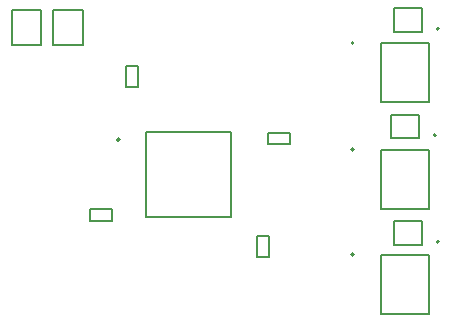
<source format=gbr>
%TF.GenerationSoftware,Altium Limited,Altium Designer,22.5.1 (42)*%
G04 Layer_Color=16711935*
%FSLAX45Y45*%
%MOMM*%
%TF.SameCoordinates,F63A7803-94E7-494B-9888-F8709FA5C5B4*%
%TF.FilePolarity,Positive*%
%TF.FileFunction,Other,Mechanical_13*%
%TF.Part,Single*%
G01*
G75*
%TA.AperFunction,NonConductor*%
%ADD39C,0.20000*%
%ADD50C,0.12700*%
D39*
X4203000Y1791301D02*
G03*
X4203000Y1791301I-15000J0D01*
G01*
X6182301Y1707701D02*
G03*
X6182301Y1707701I-10000J0D01*
G01*
Y2609401D02*
G03*
X6182301Y2609401I-10000J0D01*
G01*
X6879300Y1827701D02*
G03*
X6879300Y1827701I-10000J0D01*
G01*
X6904700Y2729401D02*
G03*
X6904700Y2729401I-10000J0D01*
G01*
X6182301Y818701D02*
G03*
X6182301Y818701I-10000J0D01*
G01*
X6905501Y925601D02*
G03*
X6905501Y925601I-10000J0D01*
G01*
X3289301Y2890401D02*
X3539301Y2890401D01*
X3289301Y2590401D02*
Y2890401D01*
Y2590401D02*
X3539301Y2590400D01*
Y2890401D01*
X3638601Y2592001D02*
X3888601Y2592000D01*
X3888601Y2892001D02*
X3888601Y2592000D01*
X3638601Y2892001D02*
X3888601D01*
X3638601Y2592001D02*
Y2892001D01*
D50*
X4428001Y1136301D02*
Y1856301D01*
Y1136301D02*
X5148001D01*
Y1856301D01*
X4428001D02*
X5148001D01*
X3954000Y1105801D02*
Y1205801D01*
X4134001Y1105801D02*
Y1205801D01*
X3954000Y1105801D02*
X4134001Y1105801D01*
X3954000Y1205801D02*
X4134001Y1205801D01*
X5461001Y1751101D02*
X5641000Y1751101D01*
X5461001Y1851101D02*
X5641000D01*
X5461001Y1751101D02*
Y1851101D01*
X5641000Y1751101D02*
Y1851101D01*
X6816801Y1208201D02*
Y1708201D01*
X6416800Y1208201D02*
Y1708201D01*
Y1208201D02*
X6816801D01*
X6416800Y1708201D02*
X6816801D01*
Y2109901D02*
Y2609901D01*
X6416800Y2109901D02*
Y2609901D01*
Y2109901D02*
X6816801D01*
X6416800Y2609901D02*
X6816801D01*
X6501801Y1802701D02*
Y2002701D01*
X6731801Y1802701D02*
Y2002701D01*
X6501801D02*
X6731801D01*
X6501801Y1802701D02*
X6731801D01*
X6527201Y2704401D02*
X6757201D01*
X6527201Y2904401D02*
X6757201D01*
Y2704401D02*
Y2904401D01*
X6527201Y2704401D02*
Y2904401D01*
X4254901Y2419201D02*
X4354901D01*
X4254901Y2239200D02*
X4354901D01*
X4254901D02*
Y2419201D01*
X4354901Y2239200D02*
Y2419201D01*
X5367300Y795701D02*
X5467300D01*
X5367300Y975701D02*
X5467300D01*
Y795701D02*
Y975701D01*
X5367300Y795701D02*
Y975701D01*
X6816801Y319201D02*
Y819201D01*
X6416800Y319201D02*
Y819201D01*
Y319201D02*
X6816801D01*
X6416800Y819201D02*
X6816801D01*
X6528001Y900601D02*
Y1100601D01*
X6758001Y900601D02*
Y1100601D01*
X6528001D02*
X6758001D01*
X6528001Y900601D02*
X6758001D01*
%TF.MD5,faec6e3d6c22c3e3076dcd90c641c2d8*%
M02*

</source>
